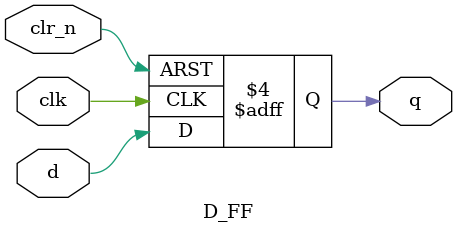
<source format=v>
module D_FF (
				  input clk, clr_n, d,
				  output reg q 
				  );
				  
initial q <= 1'b0;
				  
always @ (posedge clk or negedge clr_n)
begin
	if(~clr_n)
		q <= 1'b0;
	else
		q <= d;
end				  
				  
endmodule 
</source>
